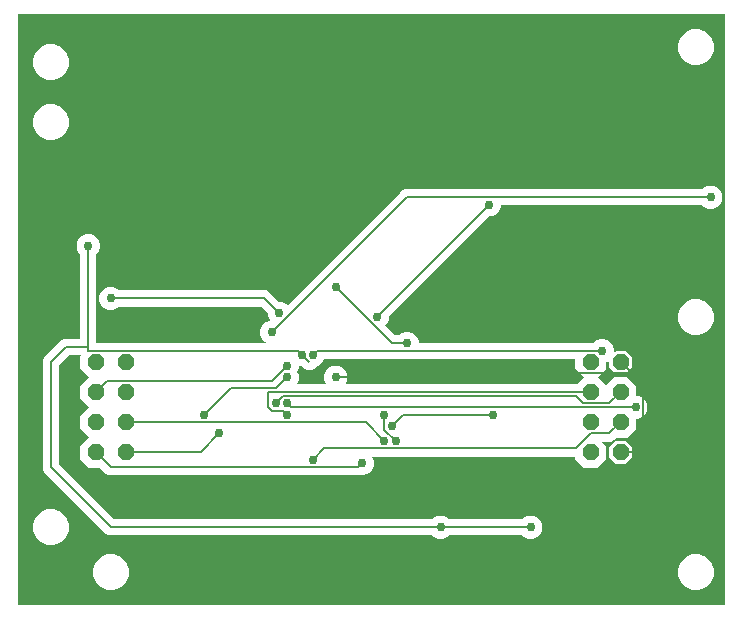
<source format=gbl>
G04 EAGLE Gerber RS-274X export*
G75*
%MOMM*%
%FSLAX34Y34*%
%LPD*%
%INBottom Copper*%
%IPPOS*%
%AMOC8*
5,1,8,0,0,1.08239X$1,22.5*%
G01*
%ADD10P,1.539592X8X292.500000*%
%ADD11C,0.152400*%
%ADD12C,0.756400*%

G36*
X723142Y213361D02*
X723142Y213361D01*
X723142Y213362D01*
X723142Y713638D01*
X723139Y713642D01*
X723138Y713642D01*
X124462Y713642D01*
X124458Y713639D01*
X124458Y713638D01*
X124458Y213362D01*
X124461Y213358D01*
X124462Y213358D01*
X723138Y213358D01*
X723142Y213361D01*
G37*
%LPC*%
G36*
X480636Y269524D02*
X480636Y269524D01*
X477006Y271028D01*
X475491Y272543D01*
X475489Y272543D01*
X475488Y272544D01*
X201836Y272544D01*
X199317Y273588D01*
X146588Y326317D01*
X145544Y328836D01*
X145544Y420464D01*
X146588Y422983D01*
X161217Y437612D01*
X163736Y438656D01*
X177290Y438656D01*
X177294Y438659D01*
X177294Y438660D01*
X177294Y510413D01*
X177293Y510414D01*
X177293Y510416D01*
X175778Y511931D01*
X174274Y515561D01*
X174274Y519489D01*
X175778Y523119D01*
X178556Y525897D01*
X182186Y527401D01*
X186114Y527401D01*
X189744Y525897D01*
X192522Y523119D01*
X194026Y519489D01*
X194026Y515561D01*
X192522Y511931D01*
X191007Y510416D01*
X191007Y510414D01*
X191006Y510413D01*
X191006Y435485D01*
X191009Y435481D01*
X191010Y435481D01*
X335671Y435481D01*
X335673Y435482D01*
X335675Y435483D01*
X335675Y435484D01*
X335676Y435484D01*
X335674Y435486D01*
X335673Y435489D01*
X334131Y436128D01*
X331353Y438906D01*
X329849Y442536D01*
X329849Y446464D01*
X331353Y450094D01*
X334131Y452872D01*
X337761Y454376D01*
X338098Y454376D01*
X338099Y454377D01*
X338100Y454377D01*
X338100Y454378D01*
X338102Y454379D01*
X338100Y454381D01*
X338101Y454383D01*
X337703Y454781D01*
X336199Y458411D01*
X336199Y460553D01*
X336198Y460555D01*
X336198Y460556D01*
X330536Y466218D01*
X330534Y466218D01*
X330533Y466219D01*
X210312Y466219D01*
X210311Y466218D01*
X210309Y466218D01*
X208794Y464703D01*
X205164Y463199D01*
X201236Y463199D01*
X197606Y464703D01*
X194828Y467481D01*
X193324Y471111D01*
X193324Y475039D01*
X194828Y478669D01*
X197606Y481447D01*
X201236Y482951D01*
X205164Y482951D01*
X208794Y481447D01*
X210309Y479932D01*
X210311Y479932D01*
X210312Y479931D01*
X334739Y479931D01*
X337258Y478887D01*
X345894Y470252D01*
X345896Y470252D01*
X345897Y470251D01*
X348039Y470251D01*
X351669Y468747D01*
X352970Y467446D01*
X352976Y467446D01*
X352976Y467447D01*
X352976Y467446D01*
X448212Y562683D01*
X450142Y564612D01*
X452661Y565656D01*
X704088Y565656D01*
X704089Y565657D01*
X704091Y565657D01*
X705606Y567172D01*
X709236Y568676D01*
X713164Y568676D01*
X716794Y567172D01*
X719572Y564394D01*
X721076Y560764D01*
X721076Y556836D01*
X719572Y553206D01*
X716794Y550428D01*
X713164Y548924D01*
X709236Y548924D01*
X705606Y550428D01*
X704091Y551943D01*
X704089Y551943D01*
X704088Y551944D01*
X533755Y551944D01*
X533751Y551941D01*
X533751Y551940D01*
X533751Y550486D01*
X532247Y546856D01*
X529469Y544078D01*
X525839Y542574D01*
X523696Y542574D01*
X523695Y542573D01*
X523693Y542573D01*
X438502Y457382D01*
X438502Y457380D01*
X438501Y457379D01*
X438501Y455236D01*
X436997Y451606D01*
X435696Y450305D01*
X435696Y450299D01*
X435697Y450299D01*
X435696Y450299D01*
X444164Y441832D01*
X444166Y441832D01*
X444167Y441831D01*
X446913Y441831D01*
X446914Y441832D01*
X446916Y441832D01*
X448431Y443347D01*
X452061Y444851D01*
X455989Y444851D01*
X459619Y443347D01*
X462397Y440569D01*
X463901Y436939D01*
X463901Y435485D01*
X463904Y435481D01*
X463905Y435481D01*
X612013Y435481D01*
X612014Y435482D01*
X612016Y435482D01*
X613531Y436997D01*
X617161Y438501D01*
X621089Y438501D01*
X624719Y436997D01*
X627497Y434219D01*
X629001Y430589D01*
X629001Y426758D01*
X629002Y426757D01*
X629002Y426755D01*
X629003Y426755D01*
X629004Y426754D01*
X629006Y426755D01*
X629008Y426755D01*
X631003Y428750D01*
X634994Y428750D01*
X634994Y419106D01*
X625350Y419106D01*
X625350Y420874D01*
X625349Y420875D01*
X625349Y420876D01*
X625348Y420876D01*
X625347Y420878D01*
X625345Y420876D01*
X625343Y420877D01*
X624719Y420253D01*
X622808Y419461D01*
X622807Y419458D01*
X622806Y419457D01*
X622806Y413630D01*
X615579Y406403D01*
X615579Y406400D01*
X615578Y406400D01*
X615579Y406400D01*
X615578Y406397D01*
X615579Y406397D01*
X622297Y399679D01*
X622303Y399678D01*
X622303Y399679D01*
X629530Y406906D01*
X640470Y406906D01*
X648206Y399170D01*
X648206Y390880D01*
X648209Y390876D01*
X648210Y390876D01*
X649664Y390876D01*
X653294Y389372D01*
X656072Y386594D01*
X657576Y382964D01*
X657576Y379036D01*
X656072Y375406D01*
X653294Y372628D01*
X649664Y371124D01*
X648210Y371124D01*
X648206Y371121D01*
X648206Y371120D01*
X648206Y362830D01*
X640470Y355094D01*
X631492Y355094D01*
X631490Y355093D01*
X631489Y355093D01*
X629358Y352963D01*
X626839Y351919D01*
X619267Y351919D01*
X619266Y351918D01*
X619264Y351918D01*
X619264Y351917D01*
X619263Y351916D01*
X619264Y351914D01*
X619264Y351912D01*
X622806Y348370D01*
X622806Y337430D01*
X615070Y329694D01*
X604130Y329694D01*
X596394Y337430D01*
X596394Y339215D01*
X596391Y339219D01*
X596390Y339219D01*
X424057Y339219D01*
X424056Y339218D01*
X424055Y339218D01*
X424055Y339217D01*
X424053Y339216D01*
X424055Y339214D01*
X424054Y339212D01*
X424297Y338969D01*
X425801Y335339D01*
X425801Y331411D01*
X424297Y327781D01*
X421519Y325003D01*
X417889Y323499D01*
X414489Y323499D01*
X414488Y323499D01*
X414487Y323499D01*
X414114Y323344D01*
X201836Y323344D01*
X199317Y324388D01*
X194011Y329693D01*
X194009Y329693D01*
X194009Y329694D01*
X194008Y329694D01*
X185030Y329694D01*
X177294Y337430D01*
X177294Y348370D01*
X184521Y355597D01*
X184522Y355603D01*
X184521Y355603D01*
X177294Y362830D01*
X177294Y373770D01*
X184521Y380997D01*
X184522Y381003D01*
X184521Y381003D01*
X177294Y388230D01*
X177294Y399170D01*
X184521Y406397D01*
X184521Y406398D01*
X184522Y406399D01*
X184521Y406399D01*
X184522Y406403D01*
X184521Y406403D01*
X177294Y413630D01*
X177294Y424570D01*
X177661Y424937D01*
X177661Y424938D01*
X177662Y424939D01*
X177661Y424941D01*
X177662Y424943D01*
X177660Y424943D01*
X177658Y424944D01*
X167942Y424944D01*
X167940Y424943D01*
X167939Y424943D01*
X159257Y416261D01*
X159257Y416260D01*
X159256Y416259D01*
X159256Y416258D01*
X159256Y333042D01*
X159257Y333040D01*
X159257Y333039D01*
X206039Y286257D01*
X206041Y286257D01*
X206042Y286256D01*
X475488Y286256D01*
X475489Y286257D01*
X475491Y286257D01*
X477006Y287772D01*
X480636Y289276D01*
X484564Y289276D01*
X488194Y287772D01*
X489709Y286257D01*
X489711Y286257D01*
X489712Y286256D01*
X551688Y286256D01*
X551689Y286257D01*
X551691Y286257D01*
X553206Y287772D01*
X556836Y289276D01*
X560764Y289276D01*
X564394Y287772D01*
X567172Y284994D01*
X568676Y281364D01*
X568676Y277436D01*
X567172Y273806D01*
X564394Y271028D01*
X560764Y269524D01*
X556836Y269524D01*
X553206Y271028D01*
X551691Y272543D01*
X551689Y272543D01*
X551688Y272544D01*
X489712Y272544D01*
X489711Y272543D01*
X489709Y272543D01*
X488194Y271028D01*
X484564Y269524D01*
X480636Y269524D01*
G37*
%LPD*%
G36*
X385569Y400557D02*
X385569Y400557D01*
X385570Y400557D01*
X385570Y400558D01*
X385572Y400559D01*
X385570Y400561D01*
X385571Y400563D01*
X385328Y400806D01*
X383824Y404436D01*
X383824Y408364D01*
X385328Y411994D01*
X388106Y414772D01*
X391736Y416276D01*
X395664Y416276D01*
X399294Y414772D01*
X402072Y411994D01*
X403576Y408364D01*
X403576Y404436D01*
X402072Y400806D01*
X401829Y400563D01*
X401829Y400562D01*
X401829Y400561D01*
X401828Y400561D01*
X401829Y400559D01*
X401829Y400557D01*
X401831Y400557D01*
X401832Y400556D01*
X597778Y400556D01*
X597780Y400557D01*
X597781Y400557D01*
X603621Y406397D01*
X603621Y406398D01*
X603622Y406399D01*
X603621Y406399D01*
X603622Y406403D01*
X603621Y406403D01*
X596394Y413630D01*
X596394Y421765D01*
X596391Y421769D01*
X596390Y421769D01*
X383818Y421769D01*
X383815Y421767D01*
X383814Y421767D01*
X383022Y419856D01*
X380244Y417078D01*
X377607Y415985D01*
X377606Y415983D01*
X377605Y415983D01*
X377287Y415217D01*
X375358Y413288D01*
X372839Y412244D01*
X370111Y412244D01*
X367592Y413288D01*
X365306Y415573D01*
X365304Y415573D01*
X365303Y415574D01*
X363161Y415574D01*
X362307Y415928D01*
X362306Y415928D01*
X362304Y415927D01*
X362301Y415926D01*
X362302Y415925D01*
X362301Y415924D01*
X362301Y413961D01*
X361142Y411164D01*
X361143Y411163D01*
X361142Y411163D01*
X361143Y411162D01*
X361142Y411161D01*
X362301Y408364D01*
X362301Y404436D01*
X360797Y400806D01*
X360554Y400563D01*
X360554Y400562D01*
X360554Y400561D01*
X360553Y400561D01*
X360554Y400559D01*
X360554Y400557D01*
X360556Y400557D01*
X360557Y400556D01*
X385568Y400556D01*
X385569Y400557D01*
G37*
%LPC*%
G36*
X200185Y226142D02*
X200185Y226142D01*
X194614Y228450D01*
X190350Y232714D01*
X188042Y238285D01*
X188042Y244315D01*
X190350Y249886D01*
X194614Y254150D01*
X200185Y256458D01*
X206215Y256458D01*
X211786Y254150D01*
X216050Y249886D01*
X218358Y244315D01*
X218358Y238285D01*
X216050Y232714D01*
X211786Y228450D01*
X206215Y226142D01*
X200185Y226142D01*
G37*
%LPD*%
%LPC*%
G36*
X149385Y657942D02*
X149385Y657942D01*
X143814Y660250D01*
X139550Y664514D01*
X137242Y670085D01*
X137242Y676115D01*
X139550Y681686D01*
X143814Y685950D01*
X149385Y688258D01*
X155415Y688258D01*
X160986Y685950D01*
X165250Y681686D01*
X167558Y676115D01*
X167558Y670085D01*
X165250Y664514D01*
X160986Y660250D01*
X155415Y657942D01*
X149385Y657942D01*
G37*
%LPD*%
%LPC*%
G36*
X695485Y442042D02*
X695485Y442042D01*
X689914Y444350D01*
X685650Y448614D01*
X683342Y454185D01*
X683342Y460215D01*
X685650Y465786D01*
X689914Y470050D01*
X695485Y472358D01*
X701515Y472358D01*
X707086Y470050D01*
X711350Y465786D01*
X713658Y460215D01*
X713658Y454185D01*
X711350Y448614D01*
X707086Y444350D01*
X701515Y442042D01*
X695485Y442042D01*
G37*
%LPD*%
%LPC*%
G36*
X695485Y226142D02*
X695485Y226142D01*
X689914Y228450D01*
X685650Y232714D01*
X683342Y238285D01*
X683342Y244315D01*
X685650Y249886D01*
X689914Y254150D01*
X695485Y256458D01*
X701515Y256458D01*
X707086Y254150D01*
X711350Y249886D01*
X713658Y244315D01*
X713658Y238285D01*
X711350Y232714D01*
X707086Y228450D01*
X701515Y226142D01*
X695485Y226142D01*
G37*
%LPD*%
%LPC*%
G36*
X695485Y670642D02*
X695485Y670642D01*
X689914Y672950D01*
X685650Y677214D01*
X683342Y682785D01*
X683342Y688815D01*
X685650Y694386D01*
X689914Y698650D01*
X695485Y700958D01*
X701515Y700958D01*
X707086Y698650D01*
X711350Y694386D01*
X713658Y688815D01*
X713658Y682785D01*
X711350Y677214D01*
X707086Y672950D01*
X701515Y670642D01*
X695485Y670642D01*
G37*
%LPD*%
%LPC*%
G36*
X149385Y607142D02*
X149385Y607142D01*
X143814Y609450D01*
X139550Y613714D01*
X137242Y619285D01*
X137242Y625315D01*
X139550Y630886D01*
X143814Y635150D01*
X149385Y637458D01*
X155415Y637458D01*
X160986Y635150D01*
X165250Y630886D01*
X167558Y625315D01*
X167558Y619285D01*
X165250Y613714D01*
X160986Y609450D01*
X155415Y607142D01*
X149385Y607142D01*
G37*
%LPD*%
%LPC*%
G36*
X149385Y264242D02*
X149385Y264242D01*
X143814Y266550D01*
X139550Y270814D01*
X137242Y276385D01*
X137242Y282415D01*
X139550Y287986D01*
X143814Y292250D01*
X149385Y294558D01*
X155415Y294558D01*
X160986Y292250D01*
X165250Y287986D01*
X167558Y282415D01*
X167558Y276385D01*
X165250Y270814D01*
X160986Y266550D01*
X155415Y264242D01*
X149385Y264242D01*
G37*
%LPD*%
%LPC*%
G36*
X635006Y342906D02*
X635006Y342906D01*
X635006Y352550D01*
X638997Y352550D01*
X644650Y346897D01*
X644650Y342906D01*
X635006Y342906D01*
G37*
%LPD*%
%LPC*%
G36*
X635006Y419106D02*
X635006Y419106D01*
X635006Y428750D01*
X638997Y428750D01*
X644650Y423097D01*
X644650Y419106D01*
X635006Y419106D01*
G37*
%LPD*%
%LPC*%
G36*
X625350Y342906D02*
X625350Y342906D01*
X625350Y346897D01*
X631003Y352550D01*
X634994Y352550D01*
X634994Y342906D01*
X625350Y342906D01*
G37*
%LPD*%
%LPC*%
G36*
X635006Y333250D02*
X635006Y333250D01*
X635006Y342894D01*
X644650Y342894D01*
X644650Y338903D01*
X638997Y333250D01*
X635006Y333250D01*
G37*
%LPD*%
%LPC*%
G36*
X635006Y409450D02*
X635006Y409450D01*
X635006Y419094D01*
X644650Y419094D01*
X644650Y415103D01*
X638997Y409450D01*
X635006Y409450D01*
G37*
%LPD*%
%LPC*%
G36*
X631003Y333250D02*
X631003Y333250D01*
X625350Y338903D01*
X625350Y342894D01*
X634994Y342894D01*
X634994Y333250D01*
X631003Y333250D01*
G37*
%LPD*%
%LPC*%
G36*
X631003Y409450D02*
X631003Y409450D01*
X625350Y415103D01*
X625350Y419094D01*
X634994Y419094D01*
X634994Y409450D01*
X631003Y409450D01*
G37*
%LPD*%
D10*
X190500Y419100D03*
X215900Y419100D03*
X190500Y393700D03*
X215900Y393700D03*
X190500Y368300D03*
X215900Y368300D03*
X215900Y342900D03*
X190500Y342900D03*
X609600Y419100D03*
X635000Y419100D03*
X609600Y393700D03*
X635000Y393700D03*
X609600Y368300D03*
X635000Y368300D03*
X635000Y342900D03*
X609600Y342900D03*
D11*
X352425Y415925D02*
X339725Y403225D01*
X200025Y403225D01*
X190500Y393700D01*
D12*
X352425Y415925D03*
D11*
X352425Y406400D02*
X342900Y396875D01*
X304800Y396875D01*
X282575Y374650D01*
D12*
X352425Y406400D03*
X282575Y374650D03*
D11*
X346075Y460375D02*
X333375Y473075D01*
X203200Y473075D01*
D12*
X346075Y460375D03*
X203200Y473075D03*
D11*
X374650Y425450D02*
X377825Y428625D01*
X619125Y428625D01*
D12*
X374650Y425450D03*
X619125Y428625D03*
D11*
X384175Y346075D02*
X374650Y336550D01*
X384175Y346075D02*
X596900Y346075D01*
X609600Y358775D01*
X625475Y358775D01*
X635000Y368300D01*
D12*
X374650Y336550D03*
D11*
X352425Y374650D02*
X349250Y377825D01*
X339725Y377825D01*
X336550Y381000D01*
X336550Y393700D01*
X609600Y393700D01*
D12*
X352425Y374650D03*
D11*
X342900Y384175D02*
X349250Y390525D01*
X596900Y390525D01*
X603250Y384175D01*
X625475Y384175D01*
X635000Y393700D01*
D12*
X342900Y384175D03*
D11*
X295275Y358775D02*
X279400Y342900D01*
X215900Y342900D01*
D12*
X295275Y358775D03*
D11*
X644525Y409575D02*
X654050Y400050D01*
X644525Y409575D02*
X635000Y419100D01*
X654050Y400050D02*
X654050Y342900D01*
X635000Y342900D01*
X644525Y409575D02*
X441325Y409575D01*
D12*
X441325Y409575D03*
X177800Y266700D03*
X254000Y228600D03*
X711200Y279400D03*
X698500Y482600D03*
X190500Y622300D03*
X177800Y660400D03*
X558800Y482600D03*
X546100Y635000D03*
X685800Y635000D03*
X609600Y609600D03*
D11*
X441325Y409575D02*
X409575Y409575D01*
X406400Y406400D01*
X393700Y406400D01*
X428625Y457200D02*
X523875Y552450D01*
D12*
X428625Y457200D03*
X523875Y552450D03*
D11*
X434975Y361950D02*
X444500Y352425D01*
X434975Y361950D02*
X434975Y374650D01*
D12*
X444500Y352425D03*
X434975Y374650D03*
D11*
X419100Y368300D02*
X434975Y352425D01*
X419100Y368300D02*
X215900Y368300D01*
D12*
X434975Y352425D03*
D11*
X415925Y333375D02*
X412750Y330200D01*
X203200Y330200D01*
X190500Y342900D01*
D12*
X415925Y333375D03*
D11*
X371475Y419100D02*
X365125Y425450D01*
X184150Y428625D02*
X184150Y431800D01*
X184150Y517525D01*
X184150Y428625D02*
X361950Y428625D01*
X365125Y425450D01*
D12*
X365125Y425450D03*
X184150Y517525D03*
X482600Y279400D03*
D11*
X558800Y279400D01*
D12*
X558800Y279400D03*
D11*
X482600Y279400D02*
X203200Y279400D01*
X152400Y330200D01*
X152400Y419100D01*
X165100Y431800D01*
X184150Y431800D01*
X393700Y482600D02*
X441325Y434975D01*
X454025Y434975D01*
D12*
X393700Y482600D03*
X454025Y434975D03*
D11*
X355600Y381000D02*
X352425Y384175D01*
X355600Y381000D02*
X647700Y381000D01*
D12*
X352425Y384175D03*
X647700Y381000D03*
D11*
X454025Y558800D02*
X339725Y444500D01*
X454025Y558800D02*
X711200Y558800D01*
D12*
X339725Y444500D03*
X711200Y558800D03*
D11*
X450850Y374650D02*
X441325Y365125D01*
X450850Y374650D02*
X527050Y374650D01*
D12*
X441325Y365125D03*
X527050Y374650D03*
X393700Y406400D03*
M02*

</source>
